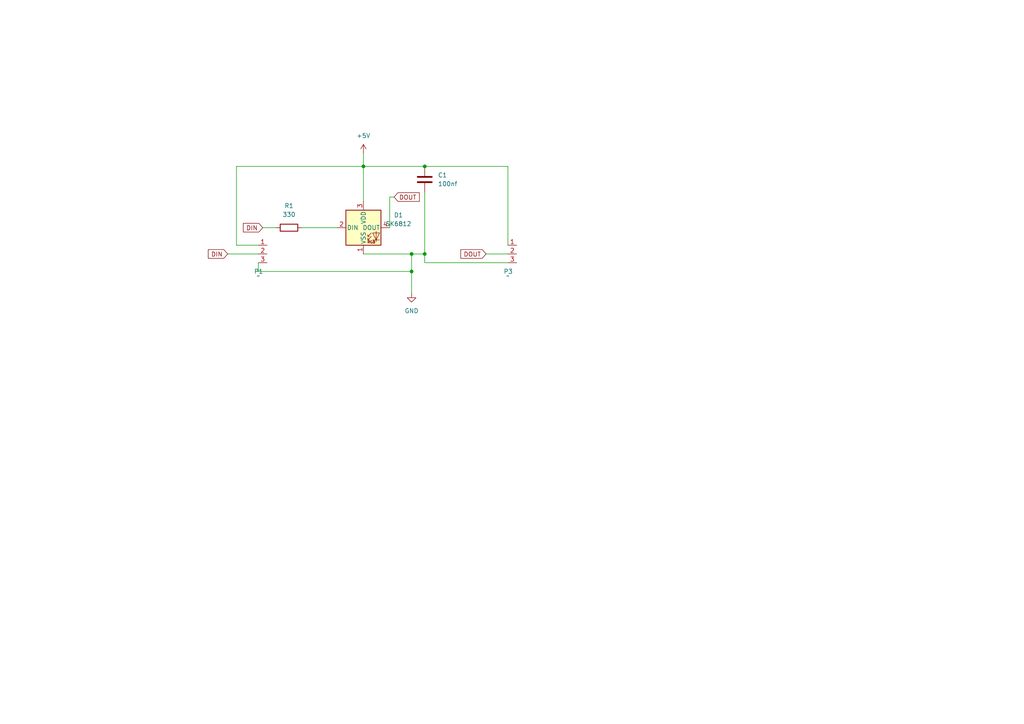
<source format=kicad_sch>
(kicad_sch (version 20230121) (generator eeschema)
  (paper "A4")
  (lib_symbols
    (symbol "Device:C" (pin_numbers hide) (pin_names (offset 0.254))
      (property "Reference" "C" (at 0.635 2.54 0))
      (property "Value" "C" (at 0.635 -2.54 0))
      (symbol "C_0_1"
        (polyline (pts (xy -2.032 -0.762) (xy 2.032 -0.762)) (stroke (width 0.508)))
        (polyline (pts (xy -2.032 0.762) (xy 2.032 0.762)) (stroke (width 0.508)))
      )
      (symbol "C_1_1"
        (pin passive line (at 0 3.81 270) (length 2.794) (name "~") (number "1"))
        (pin passive line (at 0 -3.81 90) (length 2.794) (name "~") (number "2"))
      )
    )
    (symbol "Device:R" (pin_numbers hide) (pin_names (offset 0))
      (property "Reference" "R" (at 2.032 0 90))
      (property "Value" "R" (at 0 0 90))
      (symbol "R_0_1"
        (rectangle (start -1.016 -2.54) (end 1.016 2.54) (stroke (width 0.254)))
      )
      (symbol "R_1_1"
        (pin passive line (at 0 3.81 270) (length 1.27) (name "~") (number "1"))
        (pin passive line (at 0 -3.81 90) (length 1.27) (name "~") (number "2"))
      )
    )
    (symbol "LED:SK6812" (pin_names (offset 0.254))
      (property "Reference" "D" (at 5.08 5.715 0))
      (property "Value" "SK6812" (at 1.27 -5.715 0))
      (symbol "SK6812_0_0"
        (text "RGB" (at 2.286 -4.191 0) (effects (font (size 0.762 0.762))))
      )
      (symbol "SK6812_0_1"
        (polyline (pts (xy 1.27 -3.556) (xy 1.778 -3.556)))
        (polyline (pts (xy 1.27 -2.54) (xy 1.778 -2.54)))
        (polyline (pts (xy 4.699 -3.556) (xy 2.667 -3.556)))
        (polyline (pts (xy 2.286 -2.54) (xy 1.27 -3.556) (xy 1.27 -3.048)))
        (polyline (pts (xy 2.286 -1.524) (xy 1.27 -2.54) (xy 1.27 -2.032)))
        (polyline (pts (xy 3.683 -1.016) (xy 3.683 -3.556) (xy 3.683 -4.064)))
        (polyline (pts (xy 4.699 -1.524) (xy 2.667 -1.524) (xy 3.683 -3.556) (xy 4.699 -1.524)))
        (rectangle (start 5.08 5.08) (end -5.08 -5.08) (stroke (width 0.254)) (fill (type background)))
      )
      (symbol "SK6812_1_1"
        (pin power_in line (at 0 -7.62 90) (length 2.54) (name "VSS") (number "1"))
        (pin input line (at -7.62 0 0) (length 2.54) (name "DIN") (number "2"))
        (pin power_in line (at 0 7.62 270) (length 2.54) (name "VDD") (number "3"))
        (pin output line (at 7.62 0 180) (length 2.54) (name "DOUT") (number "4"))
      )
    )
    (symbol "Solder_Pads_3x2.54_3"
      (property "Reference" "P?" (at -1.27 0 0))
      (property "Value" "~" (at 0 -1.27 0))
      (symbol "Solder_Pads_3x2.54_3_1_1"
        (pin input line (at 0 7.62 0) (length 2.54) (name "") (number "1"))
        (pin input line (at 0 5.08 0) (length 2.54) (name "") (number "2"))
        (pin input line (at 0 2.54 0) (length 2.54) (name "") (number "3"))
      )
    )
    (symbol "power:+5V" (power) (pin_names (offset 0))
      (property "Value" "+5V" (at 0 3.556 0))
      (symbol "+5V_0_1"
        (polyline (pts (xy -0.762 1.27) (xy 0 2.54)))
        (polyline (pts (xy 0 0) (xy 0 2.54)))
        (polyline (pts (xy 0 2.54) (xy 0.762 1.27)))
      )
      (symbol "+5V_1_1"
        (pin power_in line (at 0 0 90) (length 0) hide (name "+5V") (number "1"))
      )
    )
    (symbol "power:GND" (power) (pin_names (offset 0))
      (property "Value" "GND" (at 0 -3.81 0))
      (symbol "GND_0_1"
        (polyline (pts (xy 0 0) (xy 0 -1.27) (xy 1.27 -1.27) (xy 0 -2.54) (xy -1.27 -1.27) (xy 0 -1.27)))
      )
      (symbol "GND_1_1"
        (pin power_in line (at 0 0 270) (length 0) hide (name "GND") (number "1"))
      )
    )
  )
  (junction (at 119.38 73.66))
  (junction (at 105.41 48.26))
  (junction (at 123.19 48.26))
  (junction (at 119.38 78.74))
  (junction (at 123.19 73.66))
  (wire (pts (xy 114.3 57.15) (xy 113.03 57.15)))
  (wire (pts (xy 147.32 76.2) (xy 123.19 76.2)))
  (wire (pts (xy 74.93 78.74) (xy 119.38 78.74)))
  (wire (pts (xy 119.38 78.74) (xy 119.38 73.66)))
  (wire (pts (xy 123.19 48.26) (xy 147.32 48.26)))
  (wire (pts (xy 140.97 73.66) (xy 147.32 73.66)))
  (wire (pts (xy 119.38 85.09) (xy 119.38 78.74)))
  (wire (pts (xy 123.19 73.66) (xy 119.38 73.66)))
  (wire (pts (xy 147.32 48.26) (xy 147.32 71.12)))
  (wire (pts (xy 74.93 71.12) (xy 68.58 71.12)))
  (wire (pts (xy 76.2 66.04) (xy 80.01 66.04)))
  (wire (pts (xy 123.19 73.66) (xy 123.19 76.2)))
  (wire (pts (xy 123.19 55.88) (xy 123.19 73.66)))
  (wire (pts (xy 66.04 73.66) (xy 74.93 73.66)))
  (wire (pts (xy 105.41 48.26) (xy 105.41 44.45)))
  (wire (pts (xy 74.93 76.2) (xy 74.93 78.74)))
  (wire (pts (xy 105.41 48.26) (xy 105.41 58.42)))
  (wire (pts (xy 87.63 66.04) (xy 97.79 66.04)))
  (wire (pts (xy 68.58 71.12) (xy 68.58 48.26)))
  (wire (pts (xy 119.38 73.66) (xy 105.41 73.66)))
  (wire (pts (xy 113.03 57.15) (xy 113.03 66.04)))
  (wire (pts (xy 123.19 48.26) (xy 105.41 48.26)))
  (wire (pts (xy 68.58 48.26) (xy 105.41 48.26)))
  (global_label "DIN" (shape input) (at 66.04 73.66 180) (property "Intersheetrefs" "${INTERSHEET_REFS}" (effects hide)))
  (global_label "DOUT" (shape input) (at 140.97 73.66 180) (property "Intersheetrefs" "${INTERSHEET_REFS}" (effects hide)))
  (global_label "DIN" (shape input) (at 76.2 66.04 180) (property "Intersheetrefs" "${INTERSHEET_REFS}" (effects hide)))
  (global_label "DOUT" (shape input) (at 114.3 57.15 0) (property "Intersheetrefs" "${INTERSHEET_REFS}" (effects hide)))
  (symbol (lib_name "Solder_Pads_3x2.54_3") (lib_id "Connector:Solder_Pads_3x2.54") (at 74.93 78.74 0) (unit 1)
    (property "Reference" "P1" (at 73.66 78.74 0) (effects (justify left)))
    (property "Value" "~" (at 74.93 80.01 0))
    (property "Footprint" "Connector_Pin:Solder Pads 3x2.54" (effects hide))
  )
  (symbol (lib_name "Solder_Pads_3x2.54_3") (lib_id "Connector:Solder_Pads_3x2.54") (at 147.32 78.74 0) (unit 1)
    (property "Reference" "P3" (at 146.05 78.74 0) (effects (justify left)))
    (property "Value" "~" (at 147.32 80.01 0))
    (property "Footprint" "Connector_Pin:Solder Pads 3x2.54" (effects hide))
  )
  (symbol (lib_id "power:+5V") (at 105.41 44.45 0) (unit 1)
    (property "Reference" "#PWR02" (effects hide))
    (property "Value" "+5V" (at 105.41 39.37 0))
  )
  (symbol (lib_id "Device:R") (at 83.82 66.04 90) (unit 1)
    (property "Reference" "R1" (at 83.82 59.69 90))
    (property "Value" "330" (at 83.82 62.23 90))
    (property "Footprint" "Resistor_SMD:R_0603_1608Metric" (effects hide))
  )
  (symbol (lib_id "power:GND") (at 119.38 85.09 0) (unit 1)
    (property "Reference" "#PWR01" (effects hide))
    (property "Value" "GND" (at 119.38 90.17 0))
  )
  (symbol (lib_id "LED:SK6812") (at 105.41 66.04 0) (unit 1)
    (property "Reference" "D1" (at 115.57 62.3921 0))
    (property "Value" "SK6812" (at 115.57 64.9321 0))
    (property "Footprint" "LED_SMD:LED_SK6812_PLCC4_5.0x5.0mm_P3.2mm" (effects hide))
    (property "Datasheet" "https://cdn-shop.adafruit.com/product-files/1138/SK6812+LED+datasheet+.pdf" (effects hide))
  )
  (symbol (lib_id "Device:C") (at 123.19 52.07 0) (unit 1)
    (property "Reference" "C1" (at 127 50.8 0) (effects (justify left)))
    (property "Value" "100nf" (at 127 53.34 0) (effects (justify left)))
    (property "Footprint" "Capacitor_SMD:C_0603_1608Metric" (effects hide))
  )
)
</source>
